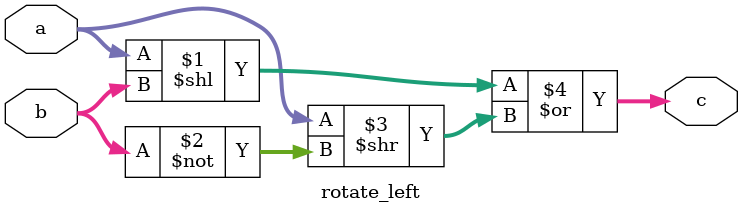
<source format=v>
module rotate_left(a, b, c);
	input [31:0] a;
	input [4:0] b;
	output [31:0] c;
	assign c = (a << b) | (a >> ~b);
endmodule 

</source>
